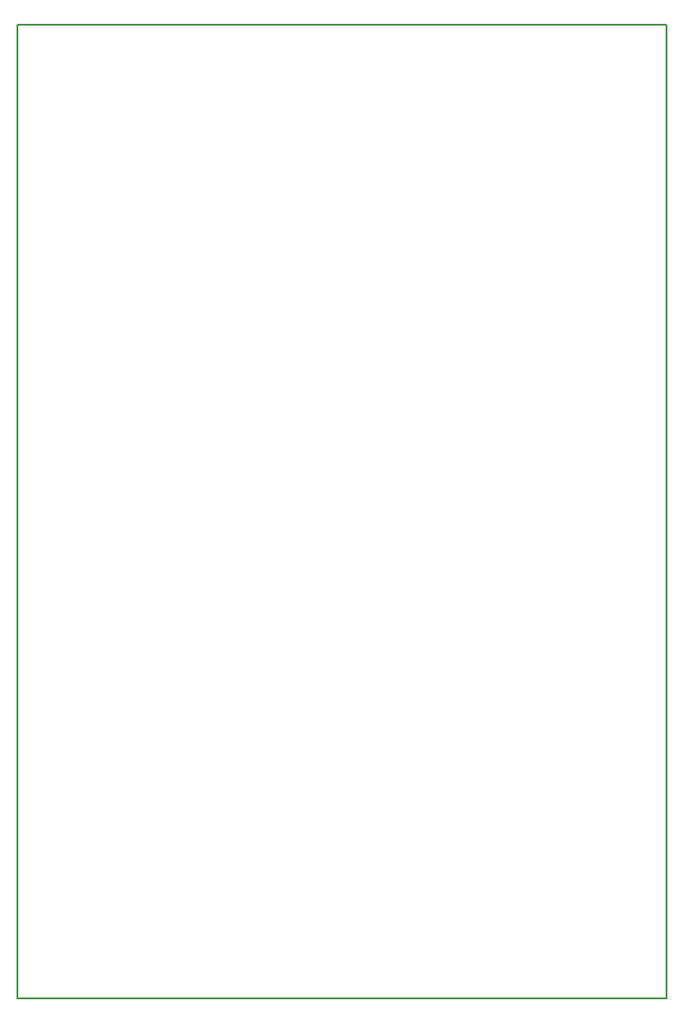
<source format=gbr>
G04 #@! TF.FileFunction,Profile,NP*
%FSLAX46Y46*%
G04 Gerber Fmt 4.6, Leading zero omitted, Abs format (unit mm)*
G04 Created by KiCad (PCBNEW 4.0.3+e1-6302~38~ubuntu14.04.1-stable) date Fri Mar 24 19:53:49 2017*
%MOMM*%
%LPD*%
G01*
G04 APERTURE LIST*
%ADD10C,0.100000*%
%ADD11C,0.200000*%
G04 APERTURE END LIST*
D10*
D11*
X105000000Y-135000000D02*
X105000000Y-45000000D01*
X165000000Y-135000000D02*
X105000000Y-135000000D01*
X165000000Y-45000000D02*
X165000000Y-135000000D01*
X105000000Y-45000000D02*
X165000000Y-45000000D01*
M02*

</source>
